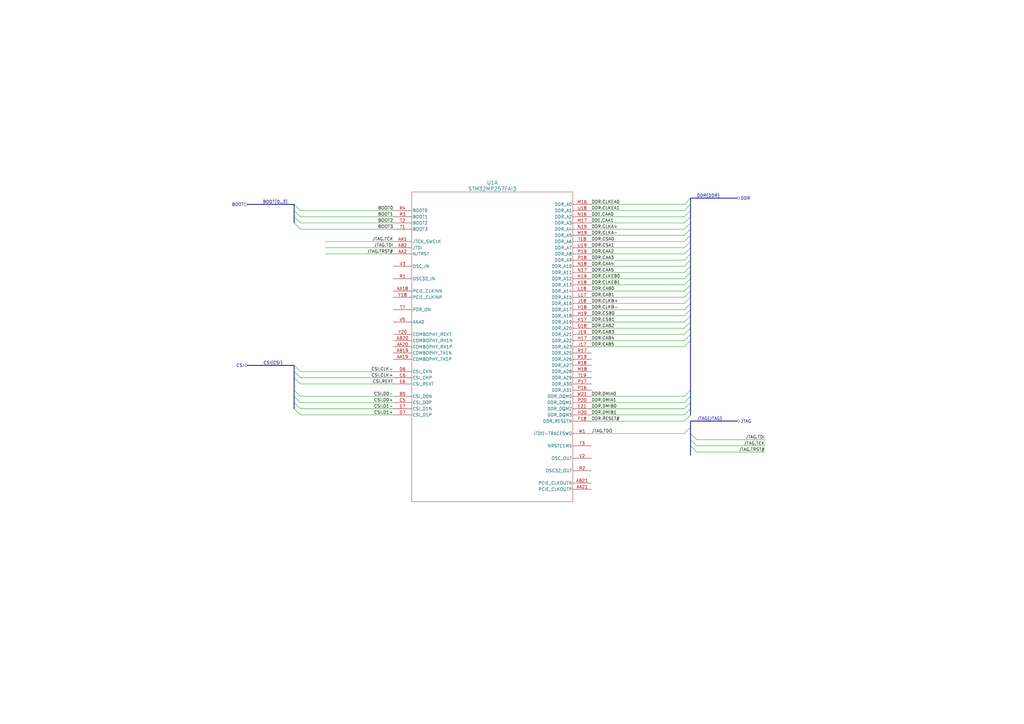
<source format=kicad_sch>
(kicad_sch (version 20250114) (generator "eeschema") (generator_version "9.0")
  (paper "A3")
  (lib_symbols
    (symbol "STM32MP257FAI3:STM32MP257FAI3" (pin_names (offset 0.254))
      (property "Reference" "U" (at 40.64 12.7 0))
      (property "Value" "STM32MP257FAI3" (at 40.64 10.16 0))
      (symbol "STM32MP257FAI3_1_1"
        (polyline (pts (xy 7.62 7.62) (xy 7.62 -119.38)) (stroke (width 0.127)))
        (polyline (pts (xy 7.62 -119.38) (xy 73.66 -119.38)) (stroke (width 0.127)))
        (polyline (pts (xy 73.66 7.62) (xy 7.62 7.62)) (stroke (width 0.127)))
        (polyline (pts (xy 73.66 -119.38) (xy 73.66 7.62)) (stroke (width 0.127)))
        (pin input line (at 0 0 0) (length 7.62) (name "BOOT0") (number "R4"))
        (pin input line (at 0 -2.54 0) (length 7.62) (name "BOOT1") (number "R3"))
        (pin input line (at 0 -5.08 0) (length 7.62) (name "BOOT2") (number "T2"))
        (pin input line (at 0 -7.62 0) (length 7.62) (name "BOOT3") (number "T1"))
        (pin input line (at 0 -12.7 0) (length 7.62) (name "JTCK_SWCLK") (number "AA1"))
        (pin input line (at 0 -15.24 0) (length 7.62) (name "JTDI") (number "AB2"))
        (pin input line (at 0 -17.78 0) (length 7.62) (name "NJTRST") (number "AA2"))
        (pin input line (at 0 -22.86 0) (length 7.62) (name "OSC_IN") (number "V3"))
        (pin input line (at 0 -27.94 0) (length 7.62) (name "OSC32_IN") (number "R1"))
        (pin input line (at 0 -33.02 0) (length 7.62) (name "PCIE_CLKINN") (number "AA18"))
        (pin input line (at 0 -35.56 0) (length 7.62) (name "PCIE_CLKINP") (number "Y18"))
        (pin input line (at 0 -40.64 0) (length 7.62) (name "PDR_ON") (number "T7"))
        (pin unspecified line (at 0 -45.72 0) (length 7.62) (name "ANA0") (number "V5"))
        (pin unspecified line (at 0 -50.8 0) (length 7.62) (name "COMBOPHY_REXT") (number "Y20"))
        (pin unspecified line (at 0 -53.34 0) (length 7.62) (name "COMBOPHY_RX1N") (number "AB20"))
        (pin unspecified line (at 0 -55.88 0) (length 7.62) (name "COMBOPHY_RX1P") (number "AA20"))
        (pin unspecified line (at 0 -58.42 0) (length 7.62) (name "COMBOPHY_TX1N") (number "AB19"))
        (pin unspecified line (at 0 -60.96 0) (length 7.62) (name "COMBOPHY_TX1P") (number "AA19"))
        (pin unspecified line (at 0 -66.04 0) (length 7.62) (name "CSI_CKN") (number "D6"))
        (pin unspecified line (at 0 -68.58 0) (length 7.62) (name "CSI_CKP") (number "C6"))
        (pin unspecified line (at 0 -71.12 0) (length 7.62) (name "CSI_REXT") (number "E6"))
        (pin unspecified line (at 0 -76.2 0) (length 7.62) (name "CSI_D0N") (number "B5"))
        (pin unspecified line (at 0 -78.74 0) (length 7.62) (name "CSI_D0P") (number "C5"))
        (pin unspecified line (at 0 -81.28 0) (length 7.62) (name "CSI_D1N") (number "E7"))
        (pin unspecified line (at 0 -83.82 0) (length 7.62) (name "CSI_D1P") (number "D7"))
        (pin output line (at 81.28 2.54 180) (length 7.62) (name "DDR_A0") (number "M16"))
        (pin output line (at 81.28 0 180) (length 7.62) (name "DDR_A1") (number "U18"))
        (pin output line (at 81.28 -2.54 180) (length 7.62) (name "DDR_A2") (number "N16"))
        (pin output line (at 81.28 -5.08 180) (length 7.62) (name "DDR_A3") (number "M17"))
        (pin output line (at 81.28 -7.62 180) (length 7.62) (name "DDR_A4") (number "N19"))
        (pin output line (at 81.28 -10.16 180) (length 7.62) (name "DDR_A5") (number "M19"))
        (pin output line (at 81.28 -12.7 180) (length 7.62) (name "DDR_A6") (number "T18"))
        (pin output line (at 81.28 -15.24 180) (length 7.62) (name "DDR_A7") (number "U19"))
        (pin output line (at 81.28 -17.78 180) (length 7.62) (name "DDR_A8") (number "P19"))
        (pin output line (at 81.28 -20.32 180) (length 7.62) (name "DDR_A9") (number "P18"))
        (pin output line (at 81.28 -22.86 180) (length 7.62) (name "DDR_A10") (number "N18"))
        (pin output line (at 81.28 -25.4 180) (length 7.62) (name "DDR_A11") (number "N17"))
        (pin output line (at 81.28 -27.94 180) (length 7.62) (name "DDR_A12") (number "K19"))
        (pin output line (at 81.28 -30.48 180) (length 7.62) (name "DDR_A13") (number "K18"))
        (pin output line (at 81.28 -33.02 180) (length 7.62) (name "DDR_A14") (number "L18"))
        (pin output line (at 81.28 -35.56 180) (length 7.62) (name "DDR_A15") (number "L17"))
        (pin output line (at 81.28 -38.1 180) (length 7.62) (name "DDR_A16") (number "J18"))
        (pin output line (at 81.28 -40.64 180) (length 7.62) (name "DDR_A17") (number "H18"))
        (pin output line (at 81.28 -43.18 180) (length 7.62) (name "DDR_A18") (number "H19"))
        (pin output line (at 81.28 -45.72 180) (length 7.62) (name "DDR_A19") (number "K17"))
        (pin output line (at 81.28 -48.26 180) (length 7.62) (name "DDR_A20") (number "G18"))
        (pin output line (at 81.28 -50.8 180) (length 7.62) (name "DDR_A21") (number "J19"))
        (pin output line (at 81.28 -53.34 180) (length 7.62) (name "DDR_A22") (number "H17"))
        (pin output line (at 81.28 -55.88 180) (length 7.62) (name "DDR_A23") (number "J17"))
        (pin output line (at 81.28 -58.42 180) (length 7.62) (name "DDR_A25") (number "R17"))
        (pin output line (at 81.28 -60.96 180) (length 7.62) (name "DDR_A26") (number "R19"))
        (pin output line (at 81.28 -63.5 180) (length 7.62) (name "DDR_A27") (number "R18"))
        (pin output line (at 81.28 -66.04 180) (length 7.62) (name "DDR_A28") (number "M18"))
        (pin output line (at 81.28 -68.58 180) (length 7.62) (name "DDR_A29") (number "T19"))
        (pin output line (at 81.28 -71.12 180) (length 7.62) (name "DDR_A30") (number "P17"))
        (pin output line (at 81.28 -73.66 180) (length 7.62) (name "DDR_A31") (number "P16"))
        (pin output line (at 81.28 -76.2 180) (length 7.62) (name "DDR_DQM0") (number "W21"))
        (pin output line (at 81.28 -78.74 180) (length 7.62) (name "DDR_DQM1") (number "P20"))
        (pin output line (at 81.28 -81.28 180) (length 7.62) (name "DDR_DQM2") (number "E21"))
        (pin output line (at 81.28 -83.82 180) (length 7.62) (name "DDR_DQM3") (number "H20"))
        (pin output line (at 81.28 -86.36 180) (length 7.62) (name "DDR_RESETN") (number "F18"))
        (pin output line (at 81.28 -91.44 180) (length 7.62) (name "JTDO-TRACESWO") (number "W1"))
        (pin output line (at 81.28 -96.52 180) (length 7.62) (name "NRSTC1MS") (number "T3"))
        (pin output line (at 81.28 -101.6 180) (length 7.62) (name "OSC_OUT") (number "V2"))
        (pin output line (at 81.28 -106.68 180) (length 7.62) (name "OSC32_OUT") (number "R2"))
        (pin output line (at 81.28 -111.76 180) (length 7.62) (name "PCIE_CLKOUTN") (number "AB21"))
        (pin output line (at 81.28 -114.3 180) (length 7.62) (name "PCIE_CLKOUTP") (number "AA21"))
      )
      (symbol "STM32MP257FAI3_2_1"
        (polyline (pts (xy 7.62 7.62) (xy 7.62 -111.76)) (stroke (width 0.127)))
        (polyline (pts (xy 7.62 -111.76) (xy 58.42 -111.76)) (stroke (width 0.127)))
        (polyline (pts (xy 58.42 7.62) (xy 7.62 7.62)) (stroke (width 0.127)))
        (polyline (pts (xy 58.42 -111.76) (xy 58.42 7.62)) (stroke (width 0.127)))
        (pin bidirectional line (at 0 0 0) (length 7.62) (name "DDR_DQ0") (number "W22"))
        (pin bidirectional line (at 0 -2.54 0) (length 7.62) (name "DDR_DQ1") (number "Y21"))
        (pin bidirectional line (at 0 -5.08 0) (length 7.62) (name "DDR_DQ2") (number "Y22"))
        (pin bidirectional line (at 0 -7.62 0) (length 7.62) (name "DDR_DQ3") (number "AA22"))
        (pin bidirectional line (at 0 -10.16 0) (length 7.62) (name "DDR_DQ4") (number "T21"))
        (pin bidirectional line (at 0 -12.7 0) (length 7.62) (name "DDR_DQ5") (number "T20"))
        (pin bidirectional line (at 0 -15.24 0) (length 7.62) (name "DDR_DQ6") (number "U21"))
        (pin bidirectional line (at 0 -17.78 0) (length 7.62) (name "DDR_DQ7") (number "U20"))
        (pin bidirectional line (at 0 -20.32 0) (length 7.62) (name "DDR_DQ8") (number "M21"))
        (pin bidirectional line (at 0 -22.86 0) (length 7.62) (name "DDR_DQ9") (number "M22"))
        (pin bidirectional line (at 0 -25.4 0) (length 7.62) (name "DDR_DQ10") (number "L21"))
        (pin bidirectional line (at 0 -27.94 0) (length 7.62) (name "DDR_DQ11") (number "L22"))
        (pin bidirectional line (at 0 -30.48 0) (length 7.62) (name "DDR_DQ12") (number "T22"))
        (pin bidirectional line (at 0 -33.02 0) (length 7.62) (name "DDR_DQ13") (number "R20"))
        (pin bidirectional line (at 0 -35.56 0) (length 7.62) (name "DDR_DQ14") (number "R21"))
        (pin bidirectional line (at 0 -38.1 0) (length 7.62) (name "DDR_DQ15") (number "R22"))
        (pin bidirectional line (at 0 -40.64 0) (length 7.62) (name "DDR_DQ16") (number "D20"))
        (pin bidirectional line (at 0 -43.18 0) (length 7.62) (name "DDR_DQ17") (number "C22"))
        (pin bidirectional line (at 0 -45.72 0) (length 7.62) (name "DDR_DQ18") (number "C21"))
        (pin bidirectional line (at 0 -48.26 0) (length 7.62) (name "DDR_DQ19") (number "B22"))
        (pin bidirectional line (at 0 -50.8 0) (length 7.62) (name "DDR_DQ20") (number "F20"))
        (pin bidirectional line (at 0 -53.34 0) (length 7.62) (name "DDR_DQ21") (number "F19"))
        (pin bidirectional line (at 0 -55.88 0) (length 7.62) (name "DDR_DQ22") (number "E19"))
        (pin bidirectional line (at 0 -58.42 0) (length 7.62) (name "DDR_DQ23") (number "E20"))
        (pin bidirectional line (at 0 -60.96 0) (length 7.62) (name "DDR_DQ24") (number "G19"))
        (pin bidirectional line (at 0 -63.5 0) (length 7.62) (name "DDR_DQ25") (number "G22"))
        (pin bidirectional line (at 0 -66.04 0) (length 7.62) (name "DDR_DQ26") (number "G21"))
        (pin bidirectional line (at 0 -68.58 0) (length 7.62) (name "DDR_DQ27") (number "G20"))
        (pin bidirectional line (at 0 -71.12 0) (length 7.62) (name "DDR_DQ28") (number "J21"))
        (pin bidirectional line (at 0 -73.66 0) (length 7.62) (name "DDR_DQ29") (number "J20"))
        (pin bidirectional line (at 0 -76.2 0) (length 7.62) (name "DDR_DQ30") (number "K20"))
        (pin bidirectional line (at 0 -78.74 0) (length 7.62) (name "DDR_DQ31") (number "L19"))
        (pin bidirectional line (at 0 -81.28 0) (length 7.62) (name "DDR_DQS0N") (number "W20"))
        (pin bidirectional line (at 0 -83.82 0) (length 7.62) (name "DDR_DQS0P") (number "V20"))
        (pin bidirectional line (at 0 -86.36 0) (length 7.62) (name "DDR_DQS1N") (number "N21"))
        (pin bidirectional line (at 0 -88.9 0) (length 7.62) (name "DDR_DQS1P") (number "N20"))
        (pin bidirectional line (at 0 -91.44 0) (length 7.62) (name "DDR_DQS2N") (number "D22"))
        (pin bidirectional line (at 0 -93.98 0) (length 7.62) (name "DDR_DQS2P") (number "D21"))
        (pin bidirectional line (at 0 -96.52 0) (length 7.62) (name "DDR_DQS3N") (number "H21"))
        (pin bidirectional line (at 0 -99.06 0) (length 7.62) (name "DDR_DQS3P") (number "H22"))
        (pin unspecified line (at 0 -101.6 0) (length 7.62) (name "DDR_ZQ") (number "K16"))
        (pin unspecified line (at 0 -104.14 0) (length 7.62) (name "DNU") (number "U16"))
        (pin bidirectional line (at 0 -106.68 0) (length 7.62) (name "JTMS_SWDIO") (number "Y1"))
        (pin output line (at 66.04 0 180) (length 7.62) (name "PWR_CPU_ON") (number "T6"))
        (pin output line (at 66.04 -2.54 180) (length 7.62) (name "PWR_LP") (number "U4"))
        (pin output line (at 66.04 -5.08 180) (length 7.62) (name "PWR_ON") (number "T5"))
        (pin unspecified line (at 66.04 -10.16 180) (length 7.62) (name "DSI_CKN") (number "B8"))
        (pin unspecified line (at 66.04 -12.7 180) (length 7.62) (name "DSI_CKP") (number "A8"))
        (pin unspecified line (at 66.04 -15.24 180) (length 7.62) (name "DSI_REXT") (number "E8"))
        (pin unspecified line (at 66.04 -20.32 180) (length 7.62) (name "DSI_D0N") (number "B9"))
        (pin unspecified line (at 66.04 -22.86 180) (length 7.62) (name "DSI_D0P") (number "C9"))
        (pin unspecified line (at 66.04 -25.4 180) (length 7.62) (name "DSI_D1N") (number "E9"))
        (pin unspecified line (at 66.04 -27.94 180) (length 7.62) (name "DSI_D1P") (number "D9"))
        (pin unspecified line (at 66.04 -30.48 180) (length 7.62) (name "DSI_D2N") (number "D8"))
        (pin unspecified line (at 66.04 -33.02 180) (length 7.62) (name "DSI_D2P") (number "C8"))
        (pin unspecified line (at 66.04 -35.56 180) (length 7.62) (name "DSI_D3N") (number "B7"))
        (pin unspecified line (at 66.04 -38.1 180) (length 7.62) (name "DSI_D3P") (number "A7"))
        (pin unspecified line (at 66.04 -43.18 180) (length 7.62) (name "EPAD") (number "R12"))
        (pin unspecified line (at 66.04 -45.72 180) (length 7.62) (name "EPAD") (number "V6"))
        (pin unspecified line (at 66.04 -48.26 180) (length 7.62) (name "EPAD") (number "V16"))
        (pin unspecified line (at 66.04 -53.34 180) (length 7.62) (name "LVDS1_D0N") (number "D3"))
        (pin unspecified line (at 66.04 -55.88 180) (length 7.62) (name "LVDS1_D0P") (number "D4"))
        (pin unspecified line (at 66.04 -58.42 180) (length 7.62) (name "LVDS1_D1N") (number "D1"))
        (pin unspecified line (at 66.04 -60.96 180) (length 7.62) (name "LVDS1_D1P") (number "D2"))
        (pin unspecified line (at 66.04 -63.5 180) (length 7.62) (name "LVDS1_D2N") (number "E4"))
        (pin unspecified line (at 66.04 -66.04 180) (length 7.62) (name "LVDS1_D2P") (number "E3"))
        (pin unspecified line (at 66.04 -68.58 180) (length 7.62) (name "LVDS1_D3N") (number "F3"))
        (pin unspecified line (at 66.04 -71.12 180) (length 7.62) (name "LVDS1_D3P") (number "F2"))
        (pin unspecified line (at 66.04 -73.66 180) (length 7.62) (name "LVDS1_D4N") (number "F5"))
        (pin unspecified line (at 66.04 -76.2 180) (length 7.62) (name "LVDS1_D4P") (number "F4"))
        (pin unspecified line (at 66.04 -78.74 180) (length 7.62) (name "LVDS2_D0N") (number "B4"))
        (pin unspecified line (at 66.04 -81.28 180) (length 7.62) (name "LVDS2_D0P") (number "A4"))
        (pin unspecified line (at 66.04 -83.82 180) (length 7.62) (name "LVDS2_D1N") (number "A3"))
        (pin unspecified line (at 66.04 -86.36 180) (length 7.62) (name "LVDS2_D1P") (number "A2"))
        (pin unspecified line (at 66.04 -88.9 180) (length 7.62) (name "LVDS2_D2N") (number "B3"))
        (pin unspecified line (at 66.04 -91.44 180) (length 7.62) (name "LVDS2_D2P") (number "C3"))
        (pin unspecified line (at 66.04 -93.98 180) (length 7.62) (name "LVDS2_D3N") (number "C2"))
        (pin unspecified line (at 66.04 -96.52 180) (length 7.62) (name "LVDS2_D3P") (number "C1"))
        (pin unspecified line (at 66.04 -99.06 180) (length 7.62) (name "LVDS2_D4N") (number "B2"))
        (pin unspecified line (at 66.04 -101.6 180) (length 7.62) (name "LVDS2_D4P") (number "B1"))
        (pin bidirectional line (at 66.04 -106.68 180) (length 7.62) (name "NRST") (number "U3"))
      )
      (symbol "STM32MP257FAI3_3_1"
        (polyline (pts (xy 7.62 5.08) (xy 7.62 -129.54)) (stroke (width 0.127)))
        (polyline (pts (xy 7.62 -129.54) (xy 33.02 -129.54)) (stroke (width 0.127)))
        (polyline (pts (xy 33.02 5.08) (xy 7.62 5.08)) (stroke (width 0.127)))
        (polyline (pts (xy 33.02 -129.54) (xy 33.02 5.08)) (stroke (width 0.127)))
        (pin bidirectional line (at 0 0 0) (length 7.62) (name "PB0") (number "C11"))
        (pin bidirectional line (at 0 -2.54 0) (length 7.62) (name "PB1") (number "D11"))
        (pin bidirectional line (at 0 -5.08 0) (length 7.62) (name "PB2") (number "C10"))
        (pin bidirectional line (at 0 -7.62 0) (length 7.62) (name "PB3") (number "E10"))
        (pin bidirectional line (at 0 -10.16 0) (length 7.62) (name "PB4") (number "D10"))
        (pin bidirectional line (at 0 -12.7 0) (length 7.62) (name "PB5") (number "B11"))
        (pin bidirectional line (at 0 -15.24 0) (length 7.62) (name "PB6") (number "C12"))
        (pin bidirectional line (at 0 -17.78 0) (length 7.62) (name "PB7") (number "D12"))
        (pin bidirectional line (at 0 -20.32 0) (length 7.62) (name "PB8") (number "G11"))
        (pin bidirectional line (at 0 -22.86 0) (length 7.62) (name "PB9") (number "A12"))
        (pin bidirectional line (at 0 -25.4 0) (length 7.62) (name "PB10") (number "A11"))
        (pin bidirectional line (at 0 -27.94 0) (length 7.62) (name "PB11") (number "B12"))
        (pin bidirectional line (at 0 -30.48 0) (length 7.62) (name "PB12") (number "B20"))
        (pin bidirectional line (at 0 -33.02 0) (length 7.62) (name "PB13") (number "D19"))
        (pin bidirectional line (at 0 -35.56 0) (length 7.62) (name "PB14") (number "C20"))
        (pin bidirectional line (at 0 -38.1 0) (length 7.62) (name "PB15") (number "AB4"))
        (pin bidirectional line (at 0 -43.18 0) (length 7.62) (name "PD0") (number "D14"))
        (pin bidirectional line (at 0 -45.72 0) (length 7.62) (name "PD1") (number "E15"))
        (pin bidirectional line (at 0 -48.26 0) (length 7.62) (name "PD2") (number "E14"))
        (pin bidirectional line (at 0 -50.8 0) (length 7.62) (name "PD3") (number "C15"))
        (pin bidirectional line (at 0 -53.34 0) (length 7.62) (name "PD4") (number "C14"))
        (pin bidirectional line (at 0 -55.88 0) (length 7.62) (name "PD5") (number "B15"))
        (pin bidirectional line (at 0 -58.42 0) (length 7.62) (name "PD6") (number "A15"))
        (pin bidirectional line (at 0 -60.96 0) (length 7.62) (name "PD7") (number "D15"))
        (pin bidirectional line (at 0 -63.5 0) (length 7.62) (name "PD8") (number "C13"))
        (pin bidirectional line (at 0 -66.04 0) (length 7.62) (name "PD9") (number "B13"))
        (pin bidirectional line (at 0 -68.58 0) (length 7.62) (name "PD10") (number "D13"))
        (pin bidirectional line (at 0 -71.12 0) (length 7.62) (name "PD11") (number "E13"))
        (pin bidirectional line (at 0 -73.66 0) (length 7.62) (name "PD12") (number "A21"))
        (pin bidirectional line (at 0 -76.2 0) (length 7.62) (name "PD13") (number "B21"))
        (pin bidirectional line (at 0 -78.74 0) (length 7.62) (name "PD14") (number "G15"))
        (pin bidirectional line (at 0 -81.28 0) (length 7.62) (name "PD15") (number "F16"))
        (pin bidirectional line (at 0 -86.36 0) (length 7.62) (name "PF0") (number "V12"))
        (pin bidirectional line (at 0 -88.9 0) (length 7.62) (name "PF1") (number "W11"))
        (pin bidirectional line (at 0 -91.44 0) (length 7.62) (name "PF2") (number "V10"))
        (pin bidirectional line (at 0 -93.98 0) (length 7.62) (name "PF3") (number "W10"))
        (pin bidirectional line (at 0 -96.52 0) (length 7.62) (name "PF4") (number "Y10"))
        (pin bidirectional line (at 0 -99.06 0) (length 7.62) (name "PF5") (number "Y9"))
        (pin bidirectional line (at 0 -101.6 0) (length 7.62) (name "PF6") (number "AB8"))
        (pin bidirectional line (at 0 -104.14 0) (length 7.62) (name "PF7") (number "T9"))
        (pin bidirectional line (at 0 -106.68 0) (length 7.62) (name "PF8") (number "AA8"))
        (pin bidirectional line (at 0 -109.22 0) (length 7.62) (name "PF9") (number "AA7"))
        (pin bidirectional line (at 0 -111.76 0) (length 7.62) (name "PF10") (number "AA6"))
        (pin bidirectional line (at 0 -114.3 0) (length 7.62) (name "PF11") (number "Y6"))
        (pin bidirectional line (at 0 -116.84 0) (length 7.62) (name "PF12") (number "K3"))
        (pin bidirectional line (at 0 -119.38 0) (length 7.62) (name "PF13") (number "L4"))
        (pin bidirectional line (at 0 -121.92 0) (length 7.62) (name "PF14") (number "H1"))
        (pin bidirectional line (at 0 -124.46 0) (length 7.62) (name "PF15") (number "L7"))
        (pin bidirectional line (at 40.64 0 180) (length 7.62) (name "PA0") (number "Y2"))
        (pin bidirectional line (at 40.64 -2.54 180) (length 7.62) (name "PA1") (number "V15"))
        (pin bidirectional line (at 40.64 -5.08 180) (length 7.62) (name "PA2") (number "W13"))
        (pin bidirectional line (at 40.64 -7.62 180) (length 7.62) (name "PA3") (number "T14"))
        (pin bidirectional line (at 40.64 -10.16 180) (length 7.62) (name "PA4") (number "Y15"))
        (pin bidirectional line (at 40.64 -12.7 180) (length 7.62) (name "PA5") (number "Y13"))
        (pin bidirectional line (at 40.64 -15.24 180) (length 7.62) (name "PA6") (number "V14"))
        (pin bidirectional line (at 40.64 -17.78 180) (length 7.62) (name "PA7") (number "Y14"))
        (pin bidirectional line (at 40.64 -20.32 180) (length 7.62) (name "PA8") (number "W15"))
        (pin bidirectional line (at 40.64 -22.86 180) (length 7.62) (name "PA9") (number "T12"))
        (pin bidirectional line (at 40.64 -25.4 180) (length 7.62) (name "PA10") (number "U13"))
        (pin bidirectional line (at 40.64 -27.94 180) (length 7.62) (name "PA11") (number "W12"))
        (pin bidirectional line (at 40.64 -30.48 180) (length 7.62) (name "PA12") (number "U12"))
        (pin bidirectional line (at 40.64 -33.02 180) (length 7.62) (name "PA13") (number "Y12"))
        (pin bidirectional line (at 40.64 -35.56 180) (length 7.62) (name "PA14") (number "U10"))
        (pin bidirectional line (at 40.64 -38.1 180) (length 7.62) (name "PA15") (number "T10"))
        (pin bidirectional line (at 40.64 -43.18 180) (length 7.62) (name "PC0") (number "AA12"))
        (pin bidirectional line (at 40.64 -45.72 180) (length 7.62) (name "PC1") (number "V11"))
        (pin bidirectional line (at 40.64 -48.26 180) (length 7.62) (name "PC2") (number "Y11"))
        (pin bidirectional line (at 40.64 -50.8 180) (length 7.62) (name "PC3") (number "W9"))
        (pin bidirectional line (at 40.64 -53.34 180) (length 7.62) (name "PC4") (number "V9"))
        (pin bidirectional line (at 40.64 -55.88 180) (length 7.62) (name "PC5") (number "U9"))
        (pin bidirectional line (at 40.64 -58.42 180) (length 7.62) (name "PC6") (number "AA10"))
        (pin bidirectional line (at 40.64 -60.96 180) (length 7.62) (name "PC7") (number "Y8"))
        (pin bidirectional line (at 40.64 -63.5 180) (length 7.62) (name "PC8") (number "V8"))
        (pin bidirectional line (at 40.64 -66.04 180) (length 7.62) (name "PC9") (number "U8"))
        (pin bidirectional line (at 40.64 -68.58 180) (length 7.62) (name "PC10") (number "T8"))
        (pin bidirectional line (at 40.64 -71.12 180) (length 7.62) (name "PC11") (number "AB7"))
        (pin bidirectional line (at 40.64 -73.66 180) (length 7.62) (name "PC12") (number "Y7"))
        (pin bidirectional line (at 40.64 -76.2 180) (length 7.62) (name "PC13") (number "P6"))
        (pin bidirectional line (at 40.64 -81.28 180) (length 7.62) (name "PE0") (number "A16"))
        (pin bidirectional line (at 40.64 -83.82 180) (length 7.62) (name "PE1") (number "B16"))
        (pin bidirectional line (at 40.64 -86.36 180) (length 7.62) (name "PE2") (number "C16"))
        (pin bidirectional line (at 40.64 -88.9 180) (length 7.62) (name "PE3") (number "D16"))
        (pin bidirectional line (at 40.64 -91.44 180) (length 7.62) (name "PE4") (number "B17"))
        (pin bidirectional line (at 40.64 -93.98 180) (length 7.62) (name "PE5") (number "C17"))
        (pin bidirectional line (at 40.64 -96.52 180) (length 7.62) (name "PE6") (number "E16"))
        (pin bidirectional line (at 40.64 -99.06 180) (length 7.62) (name "PE7") (number "D17"))
        (pin bidirectional line (at 40.64 -101.6 180) (length 7.62) (name "PE8") (number "C18"))
        (pin bidirectional line (at 40.64 -104.14 180) (length 7.62) (name "PE9") (number "D18"))
        (pin bidirectional line (at 40.64 -106.68 180) (length 7.62) (name "PE10") (number "A19"))
        (pin bidirectional line (at 40.64 -109.22 180) (length 7.62) (name "PE11") (number "E17"))
        (pin bidirectional line (at 40.64 -111.76 180) (length 7.62) (name "PE12") (number "C19"))
        (pin bidirectional line (at 40.64 -114.3 180) (length 7.62) (name "PE13") (number "B19"))
        (pin bidirectional line (at 40.64 -116.84 180) (length 7.62) (name "PE14") (number "A20"))
        (pin bidirectional line (at 40.64 -119.38 180) (length 7.62) (name "PE15") (number "F17"))
      )
      (symbol "STM32MP257FAI3_4_1"
        (polyline (pts (xy 7.62 5.08) (xy 7.62 -124.46)) (stroke (width 0.127)))
        (polyline (pts (xy 7.62 -124.46) (xy 78.74 -124.46)) (stroke (width 0.127)))
        (polyline (pts (xy 78.74 5.08) (xy 7.62 5.08)) (stroke (width 0.127)))
        (polyline (pts (xy 78.74 -124.46) (xy 78.74 5.08)) (stroke (width 0.127)))
        (pin bidirectional line (at 0 0 0) (length 7.62) (name "PH2") (number "V13"))
        (pin bidirectional line (at 0 -2.54 0) (length 7.62) (name "PH3") (number "W14"))
        (pin bidirectional line (at 0 -5.08 0) (length 7.62) (name "PH4") (number "AB15"))
        (pin bidirectional line (at 0 -7.62 0) (length 7.62) (name "PH5") (number "AA15"))
        (pin bidirectional line (at 0 -10.16 0) (length 7.62) (name "PH6") (number "AA14"))
        (pin bidirectional line (at 0 -12.7 0) (length 7.62) (name "PH7") (number "T13"))
        (pin bidirectional line (at 0 -15.24 0) (length 7.62) (name "PH8") (number "U14"))
        (pin bidirectional line (at 0 -17.78 0) (length 7.62) (name "PH9") (number "AB12"))
        (pin bidirectional line (at 0 -20.32 0) (length 7.62) (name "PH10") (number "U11"))
        (pin bidirectional line (at 0 -22.86 0) (length 7.62) (name "PH11") (number "T11"))
        (pin bidirectional line (at 0 -25.4 0) (length 7.62) (name "PH12") (number "AA11"))
        (pin bidirectional line (at 0 -27.94 0) (length 7.62) (name "PH13") (number "AB11"))
        (pin bidirectional line (at 0 -33.02 0) (length 7.62) (name "PI0") (number "G5"))
        (pin bidirectional line (at 0 -35.56 0) (length 7.62) (name "PI1") (number "H6"))
        (pin bidirectional line (at 0 -38.1 0) (length 7.62) (name "PI2") (number "J5"))
        (pin bidirectional line (at 0 -40.64 0) (length 7.62) (name "PI3") (number "J6"))
        (pin bidirectional line (at 0 -43.18 0) (length 7.62) (name "PI4") (number "K6"))
        (pin bidirectional line (at 0 -45.72 0) (length 7.62) (name "PI5") (number "H5"))
        (pin bidirectional line (at 0 -48.26 0) (length 7.62) (name "PI6") (number "J7"))
        (pin bidirectional line (at 0 -50.8 0) (length 7.62) (name "PI7") (number "L6"))
        (pin bidirectional line (at 0 -53.34 0) (length 7.62) (name "PI8") (number "M6"))
        (pin bidirectional line (at 0 -55.88 0) (length 7.62) (name "PI9") (number "K7"))
        (pin bidirectional line (at 0 -58.42 0) (length 7.62) (name "PI10") (number "G16"))
        (pin bidirectional line (at 0 -60.96 0) (length 7.62) (name "PI11") (number "E18"))
        (pin bidirectional line (at 0 -63.5 0) (length 7.62) (name "PI12") (number "G1"))
        (pin bidirectional line (at 0 -66.04 0) (length 7.62) (name "PI13") (number "G2"))
        (pin bidirectional line (at 0 -68.58 0) (length 7.62) (name "PI14") (number "G13"))
        (pin bidirectional line (at 0 -71.12 0) (length 7.62) (name "PI15") (number "E11"))
        (pin bidirectional line (at 0 -76.2 0) (length 7.62) (name "PK0") (number "F12"))
        (pin bidirectional line (at 0 -78.74 0) (length 7.62) (name "PK1") (number "E12"))
        (pin bidirectional line (at 0 -81.28 0) (length 7.62) (name "PK2") (number "F13"))
        (pin bidirectional line (at 0 -83.82 0) (length 7.62) (name "PK3") (number "F15"))
        (pin bidirectional line (at 0 -86.36 0) (length 7.62) (name "PK4") (number "F11"))
        (pin bidirectional line (at 0 -88.9 0) (length 7.62) (name "PK5") (number "F14"))
        (pin bidirectional line (at 0 -91.44 0) (length 7.62) (name "PK6") (number "G12"))
        (pin bidirectional line (at 0 -93.98 0) (length 7.62) (name "PK7") (number "G14"))
        (pin unspecified line (at 0 -99.06 0) (length 7.62) (name "UCPD1_CC1") (number "T15"))
        (pin unspecified line (at 0 -101.6 0) (length 7.62) (name "UCPD1_CC2") (number "T17"))
        (pin unspecified line (at 0 -106.68 0) (length 7.62) (name "USB3DR_DM") (number "Y17"))
        (pin unspecified line (at 0 -109.22 0) (length 7.62) (name "USB3DR_DP") (number "W17"))
        (pin unspecified line (at 0 -111.76 0) (length 7.62) (name "USB3DR_TXRTUNE") (number "V17"))
        (pin bidirectional line (at 86.36 0 180) (length 7.62) (name "PG0") (number "W7"))
        (pin bidirectional line (at 86.36 -2.54 180) (length 7.62) (name "PG1") (number "W6"))
        (pin bidirectional line (at 86.36 -5.08 180) (length 7.62) (name "PG2") (number "Y4"))
        (pin bidirectional line (at 86.36 -7.62 180) (length 7.62) (name "PG3") (number "W4"))
        (pin bidirectional line (at 86.36 -10.16 180) (length 7.62) (name "PG4") (number "AA4"))
        (pin bidirectional line (at 86.36 -12.7 180) (length 7.62) (name "PG5") (number "L1"))
        (pin bidirectional line (at 86.36 -15.24 180) (length 7.62) (name "PG6") (number "H2"))
        (pin bidirectional line (at 86.36 -17.78 180) (length 7.62) (name "PG7") (number "K4"))
        (pin bidirectional line (at 86.36 -20.32 180) (length 7.62) (name "PG8") (number "L5"))
        (pin bidirectional line (at 86.36 -22.86 180) (length 7.62) (name "PG9") (number "G3"))
        (pin bidirectional line (at 86.36 -25.4 180) (length 7.62) (name "PG10") (number "H3"))
        (pin bidirectional line (at 86.36 -27.94 180) (length 7.62) (name "PG11") (number "J4"))
        (pin bidirectional line (at 86.36 -30.48 180) (length 7.62) (name "PG12") (number "J3"))
        (pin bidirectional line (at 86.36 -33.02 180) (length 7.62) (name "PG13") (number "K5"))
        (pin bidirectional line (at 86.36 -35.56 180) (length 7.62) (name "PG14") (number "G4"))
        (pin bidirectional line (at 86.36 -38.1 180) (length 7.62) (name "PG15") (number "H4"))
        (pin bidirectional line (at 86.36 -43.18 180) (length 7.62) (name "PJ0") (number "U15"))
        (pin bidirectional line (at 86.36 -45.72 180) (length 7.62) (name "PJ1") (number "Y3"))
        (pin bidirectional line (at 86.36 -48.26 180) (length 7.62) (name "PJ2") (number "AB3"))
        (pin bidirectional line (at 86.36 -50.8 180) (length 7.62) (name "PJ3") (number "AA3"))
        (pin bidirectional line (at 86.36 -53.34 180) (length 7.62) (name "PJ4") (number "W3"))
        (pin bidirectional line (at 86.36 -55.88 180) (length 7.62) (name "PJ5") (number "V4"))
        (pin bidirectional line (at 86.36 -58.42 180) (length 7.62) (name "PJ6") (number "U5"))
        (pin bidirectional line (at 86.36 -60.96 180) (length 7.62) (name "PJ7") (number "W2"))
        (pin bidirectional line (at 86.36 -63.5 180) (length 7.62) (name "PJ8") (number "M2"))
        (pin bidirectional line (at 86.36 -66.04 180) (length 7.62) (name "PJ9") (number "M1"))
        (pin bidirectional line (at 86.36 -68.58 180) (length 7.62) (name "PJ10") (number "M3"))
        (pin bidirectional line (at 86.36 -71.12 180) (length 7.62) (name "PJ11") (number "M5"))
        (pin bidirectional line (at 86.36 -73.66 180) (length 7.62) (name "PJ12") (number "L2"))
        (pin bidirectional line (at 86.36 -76.2 180) (length 7.62) (name "PJ13") (number "M4"))
        (pin bidirectional line (at 86.36 -78.74 180) (length 7.62) (name "PJ14") (number "L3"))
        (pin bidirectional line (at 86.36 -81.28 180) (length 7.62) (name "PJ15") (number "K2"))
        (pin bidirectional line (at 86.36 -86.36 180) (length 7.62) (name "PZ0") (number "N5"))
        (pin bidirectional line (at 86.36 -88.9 180) (length 7.62) (name "PZ1") (number "N6"))
        (pin bidirectional line (at 86.36 -91.44 180) (length 7.62) (name "PZ2") (number "P4"))
        (pin bidirectional line (at 86.36 -93.98 180) (length 7.62) (name "PZ3") (number "N4"))
        (pin bidirectional line (at 86.36 -96.52 180) (length 7.62) (name "PZ4") (number "R5"))
        (pin bidirectional line (at 86.36 -99.06 180) (length 7.62) (name "PZ5") (number "P5"))
        (pin bidirectional line (at 86.36 -101.6 180) (length 7.62) (name "PZ6") (number "R6"))
        (pin bidirectional line (at 86.36 -104.14 180) (length 7.62) (name "PZ7") (number "P2"))
        (pin bidirectional line (at 86.36 -106.68 180) (length 7.62) (name "PZ8") (number "P3"))
        (pin bidirectional line (at 86.36 -109.22 180) (length 7.62) (name "PZ9") (number "N3"))
        (pin unspecified line (at 86.36 -114.3 180) (length 7.62) (name "USBH_HS_DM") (number "AB16"))
        (pin unspecified line (at 86.36 -116.84 180) (length 7.62) (name "USBH_HS_DP") (number "AA16"))
        (pin unspecified line (at 86.36 -119.38 180) (length 7.62) (name "USBH_HS_TXRTUNE") (number "V18"))
      )
      (symbol "STM32MP257FAI3_5_1"
        (polyline (pts (xy 7.62 5.08) (xy 7.62 -111.76)) (stroke (width 0.127)))
        (polyline (pts (xy 7.62 -111.76) (xy 33.02 -111.76)) (stroke (width 0.127)))
        (polyline (pts (xy 33.02 5.08) (xy 7.62 5.08)) (stroke (width 0.127)))
        (polyline (pts (xy 33.02 -111.76) (xy 33.02 5.08)) (stroke (width 0.127)))
        (pin power_in line (at 0 0 0) (length 7.62) (name "DDR_VREF") (number "L20"))
        (pin power_in line (at 0 -5.08 0) (length 7.62) (name "V08CAP") (number "M8"))
        (pin power_in line (at 0 -10.16 0) (length 7.62) (name "VBAT") (number "P7"))
        (pin power_in line (at 0 -15.24 0) (length 7.62) (name "VDD") (number "M9"))
        (pin power_in line (at 0 -17.78 0) (length 7.62) (name "VDD") (number "N8"))
        (pin power_in line (at 0 -20.32 0) (length 7.62) (name "VDD") (number "P9"))
        (pin power_in line (at 0 -22.86 0) (length 7.62) (name "VDD") (number "P11"))
        (pin power_in line (at 0 -25.4 0) (length 7.62) (name "VDD") (number "R8"))
        (pin power_in line (at 0 -27.94 0) (length 7.62) (name "VDD") (number "R10"))
        (pin power_in line (at 0 -30.48 0) (length 7.62) (name "VDDCORE") (number "H7"))
        (pin power_in line (at 0 -33.02 0) (length 7.62) (name "VDDCORE") (number "H9"))
        (pin power_in line (at 0 -35.56 0) (length 7.62) (name "VDDCORE") (number "J8"))
        (pin power_in line (at 0 -38.1 0) (length 7.62) (name "VDDCORE") (number "J10"))
        (pin power_in line (at 0 -40.64 0) (length 7.62) (name "VDDCORE") (number "K9"))
        (pin power_in line (at 0 -43.18 0) (length 7.62) (name "VDDCORE") (number "K11"))
        (pin power_in line (at 0 -45.72 0) (length 7.62) (name "VDDCORE") (number "L10"))
        (pin power_in line (at 0 -48.26 0) (length 7.62) (name "VDDCPU") (number "H11"))
        (pin power_in line (at 0 -50.8 0) (length 7.62) (name "VDDCPU") (number "H13"))
        (pin power_in line (at 0 -53.34 0) (length 7.62) (name "VDDCPU") (number "H15"))
        (pin power_in line (at 0 -55.88 0) (length 7.62) (name "VDDCPU") (number "J12"))
        (pin power_in line (at 0 -58.42 0) (length 7.62) (name "VDDCPU") (number "J14"))
        (pin power_in line (at 0 -60.96 0) (length 7.62) (name "VDDCPU") (number "K13"))
        (pin power_in line (at 0 -63.5 0) (length 7.62) (name "VDDCPU") (number "L12"))
        (pin power_in line (at 0 -66.04 0) (length 7.62) (name "VDDGPU") (number "M11"))
        (pin power_in line (at 0 -68.58 0) (length 7.62) (name "VDDGPU") (number "M13"))
        (pin power_in line (at 0 -71.12 0) (length 7.62) (name "VDDGPU") (number "N10"))
        (pin power_in line (at 0 -73.66 0) (length 7.62) (name "VDDGPU") (number "N12"))
        (pin power_in line (at 0 -76.2 0) (length 7.62) (name "VDDGPU") (number "P13"))
        (pin power_in line (at 0 -78.74 0) (length 7.62) (name "VDDIO3") (number "F8"))
        (pin power_in line (at 0 -81.28 0) (length 7.62) (name "VDDIO3") (number "F9"))
        (pin power_in line (at 0 -83.82 0) (length 7.62) (name "VDDIO4") (number "G8"))
        (pin power_in line (at 0 -86.36 0) (length 7.62) (name "VDDIO4") (number "G9"))
        (pin power_in line (at 0 -88.9 0) (length 7.62) (name "VDDQDDR") (number "K15"))
        (pin power_in line (at 0 -91.44 0) (length 7.62) (name "VDDQDDR") (number "L14"))
        (pin power_in line (at 0 -93.98 0) (length 7.62) (name "VDDQDDR") (number "L16"))
        (pin power_in line (at 0 -96.52 0) (length 7.62) (name "VDDQDDR") (number "M15"))
        (pin power_in line (at 0 -99.06 0) (length 7.62) (name "VDDQDDR") (number "N14"))
        (pin power_in line (at 0 -101.6 0) (length 7.62) (name "VDDQDDR") (number "P15"))
        (pin power_in line (at 0 -104.14 0) (length 7.62) (name "VDDQDDR") (number "R14"))
        (pin power_in line (at 0 -106.68 0) (length 7.62) (name "VDDQDDR") (number "R16"))
      )
      (symbol "STM32MP257FAI3_6_1"
        (polyline (pts (xy 7.62 5.08) (xy 7.62 -60.96)) (stroke (width 0.127)))
        (polyline (pts (xy 7.62 -60.96) (xy 43.18 -60.96)) (stroke (width 0.127)))
        (polyline (pts (xy 43.18 5.08) (xy 7.62 5.08)) (stroke (width 0.127)))
        (polyline (pts (xy 43.18 -60.96) (xy 43.18 5.08)) (stroke (width 0.127)))
        (pin power_in line (at 0 0 0) (length 7.62) (name "VDD33UCPD") (number "T16"))
        (pin power_in line (at 0 -2.54 0) (length 7.62) (name "VDD33USB") (number "Y16"))
        (pin power_in line (at 0 -5.08 0) (length 7.62) (name "VDDA18ADC") (number "V7"))
        (pin power_in line (at 0 -7.62 0) (length 7.62) (name "VDDA18AON") (number "R7"))
        (pin power_in line (at 0 -10.16 0) (length 7.62) (name "VDDA18COMBOPHY") (number "W18"))
        (pin power_in line (at 0 -12.7 0) (length 7.62) (name "VDDA18CSI") (number "F6"))
        (pin power_in line (at 0 -15.24 0) (length 7.62) (name "VDDA18DDR") (number "J16"))
        (pin power_in line (at 0 -17.78 0) (length 7.62) (name "VDDA18DSI") (number "C7"))
        (pin power_in line (at 0 -20.32 0) (length 7.62) (name "VDDA18LVDS") (number "C4"))
        (pin power_in line (at 0 -22.86 0) (length 7.62) (name "VDDA18PLL1") (number "G17"))
        (pin power_in line (at 0 -25.4 0) (length 7.62) (name "VDDA18PLL2") (number "K8"))
        (pin power_in line (at 0 -27.94 0) (length 7.62) (name "VDDA18PLL3") (number "L8"))
        (pin power_in line (at 0 -30.48 0) (length 7.62) (name "VDDA18USB") (number "U17"))
        (pin power_in line (at 0 -33.02 0) (length 7.62) (name "VDDCOMBOPHY") (number "V19"))
        (pin power_in line (at 0 -35.56 0) (length 7.62) (name "VDDCOMBOPHYTX") (number "Y19"))
        (pin power_in line (at 0 -38.1 0) (length 7.62) (name "VDDCSI") (number "D5"))
        (pin power_in line (at 0 -40.64 0) (length 7.62) (name "VDDDSI") (number "F7"))
        (pin power_in line (at 0 -43.18 0) (length 7.62) (name "VDDIO1") (number "G10"))
        (pin power_in line (at 0 -45.72 0) (length 7.62) (name "VDDIO2") (number "F10"))
        (pin power_in line (at 0 -48.26 0) (length 7.62) (name "VDDLVDS") (number "G7"))
        (pin power_in line (at 0 -53.34 0) (length 7.62) (name "VREF-") (number "W5"))
        (pin power_in line (at 0 -55.88 0) (length 7.62) (name "VREF+") (number "Y5"))
      )
      (symbol "STM32MP257FAI3_7_1"
        (polyline (pts (xy 7.62 5.08) (xy 7.62 -119.38)) (stroke (width 0.127)))
        (polyline (pts (xy 7.62 -119.38) (xy 33.02 -119.38)) (stroke (width 0.127)))
        (polyline (pts (xy 33.02 5.08) (xy 7.62 5.08)) (stroke (width 0.127)))
        (polyline (pts (xy 33.02 -119.38) (xy 33.02 5.08)) (stroke (width 0.127)))
        (pin power_in line (at 0 0 0) (length 7.62) (name "VSS") (number "A1"))
        (pin power_in line (at 0 -2.54 0) (length 7.62) (name "VSS") (number "A22"))
        (pin power_in line (at 0 -5.08 0) (length 7.62) (name "VSS") (number "AB1"))
        (pin power_in line (at 0 -7.62 0) (length 7.62) (name "VSS") (number "AB22"))
        (pin power_in line (at 0 -10.16 0) (length 7.62) (name "VSS") (number "E5"))
        (pin power_in line (at 0 -12.7 0) (length 7.62) (name "VSS") (number "G6"))
        (pin power_in line (at 0 -15.24 0) (length 7.62) (name "VSS") (number "H8"))
        (pin power_in line (at 0 -17.78 0) (length 7.62) (name "VSS") (number "H10"))
        (pin power_in line (at 0 -20.32 0) (length 7.62) (name "VSS") (number "H12"))
        (pin power_in line (at 0 -22.86 0) (length 7.62) (name "VSS") (number "H14"))
        (pin power_in line (at 0 -25.4 0) (length 7.62) (name "VSS") (number "H16"))
        (pin power_in line (at 0 -27.94 0) (length 7.62) (name "VSS") (number "J9"))
        (pin power_in line (at 0 -30.48 0) (length 7.62) (name "VSS") (number "J11"))
        (pin power_in line (at 0 -33.02 0) (length 7.62) (name "VSS") (number "J13"))
        (pin power_in line (at 0 -35.56 0) (length 7.62) (name "VSS") (number "J15"))
        (pin power_in line (at 0 -38.1 0) (length 7.62) (name "VSS") (number "K10"))
        (pin power_in line (at 0 -40.64 0) (length 7.62) (name "VSS") (number "K12"))
        (pin power_in line (at 0 -43.18 0) (length 7.62) (name "VSS") (number "K14"))
        (pin power_in line (at 0 -45.72 0) (length 7.62) (name "VSS") (number "L9"))
        (pin power_in line (at 0 -48.26 0) (length 7.62) (name "VSS") (number "L11"))
        (pin power_in line (at 0 -50.8 0) (length 7.62) (name "VSS") (number "L13"))
        (pin power_in line (at 0 -53.34 0) (length 7.62) (name "VSS") (number "L15"))
        (pin power_in line (at 0 -55.88 0) (length 7.62) (name "VSS") (number "M10"))
        (pin power_in line (at 0 -58.42 0) (length 7.62) (name "VSS") (number "M12"))
        (pin power_in line (at 0 -60.96 0) (length 7.62) (name "VSS") (number "M14"))
        (pin power_in line (at 0 -63.5 0) (length 7.62) (name "VSS") (number "M20"))
        (pin power_in line (at 0 -66.04 0) (length 7.62) (name "VSS") (number "N7"))
        (pin power_in line (at 0 -68.58 0) (length 7.62) (name "VSS") (number "N9"))
        (pin power_in line (at 0 -71.12 0) (length 7.62) (name "VSS") (number "N11"))
        (pin power_in line (at 0 -73.66 0) (length 7.62) (name "VSS") (number "N13"))
        (pin power_in line (at 0 -76.2 0) (length 7.62) (name "VSS") (number "N15"))
        (pin power_in line (at 0 -78.74 0) (length 7.62) (name "VSS") (number "P8"))
        (pin power_in line (at 0 -81.28 0) (length 7.62) (name "VSS") (number "P10"))
        (pin power_in line (at 0 -83.82 0) (length 7.62) (name "VSS") (number "P12"))
        (pin power_in line (at 0 -86.36 0) (length 7.62) (name "VSS") (number "P14"))
        (pin power_in line (at 0 -88.9 0) (length 7.62) (name "VSS") (number "R9"))
        (pin power_in line (at 0 -91.44 0) (length 7.62) (name "VSS") (number "R11"))
        (pin power_in line (at 0 -93.98 0) (length 7.62) (name "VSS") (number "R13"))
        (pin power_in line (at 0 -96.52 0) (length 7.62) (name "VSS") (number "R15"))
        (pin power_in line (at 0 -99.06 0) (length 7.62) (name "VSS") (number "T4"))
        (pin power_in line (at 0 -101.6 0) (length 7.62) (name "VSS") (number "U6"))
        (pin power_in line (at 0 -104.14 0) (length 7.62) (name "VSS") (number "W8"))
        (pin power_in line (at 0 -106.68 0) (length 7.62) (name "VSS") (number "W16"))
        (pin power_in line (at 0 -109.22 0) (length 7.62) (name "VSS") (number "W19"))
        (pin power_in line (at 0 -111.76 0) (length 7.62) (name "VSSA") (number "U7"))
        (pin power_in line (at 0 -114.3 0) (length 7.62) (name "VSSAON") (number "M7"))
      )
    )
  )
  (bus_alias "CSI" (members "CLK-" "CLK+" "REXT" "D0-" "D0+" "D1-" "D1+"))
  (bus_alias "JTAG" (members "TDI" "TDO" "TCK" "TMS" "TRST#"))
  (bus_entry (at 283.21 167.64) (size -2.54 2.54))
  (bus_entry (at 280.67 101.6) (size 2.54 -2.54))
  (bus_entry (at 283.21 180.34) (size 2.54 2.54))
  (bus_entry (at 280.67 134.62) (size 2.54 -2.54))
  (bus_entry (at 120.65 91.44) (size 2.54 2.54))
  (bus_entry (at 280.67 86.36) (size 2.54 -2.54))
  (bus_entry (at 120.65 167.64) (size 2.54 2.54))
  (bus_entry (at 280.67 114.3) (size 2.54 -2.54))
  (bus_entry (at 120.65 165.1) (size 2.54 2.54))
  (bus_entry (at 283.21 162.56) (size -2.54 2.54))
  (bus_entry (at 120.65 152.4) (size 2.54 2.54))
  (bus_entry (at 280.67 129.54) (size 2.54 -2.54))
  (bus_entry (at 280.67 124.46) (size 2.54 -2.54))
  (bus_entry (at 120.65 154.94) (size 2.54 2.54))
  (bus_entry (at 280.67 111.76) (size 2.54 -2.54))
  (bus_entry (at 280.67 106.68) (size 2.54 -2.54))
  (bus_entry (at 120.65 149.86) (size 2.54 2.54))
  (bus_entry (at 280.67 96.52) (size 2.54 -2.54))
  (bus_entry (at 280.67 109.22) (size 2.54 -2.54))
  (bus_entry (at 280.67 99.06) (size 2.54 -2.54))
  (bus_entry (at 280.67 142.24) (size 2.54 -2.54))
  (bus_entry (at 280.67 119.38) (size 2.54 -2.54))
  (bus_entry (at 280.67 104.14) (size 2.54 -2.54))
  (bus_entry (at 280.67 139.7) (size 2.54 -2.54))
  (bus_entry (at 280.67 127) (size 2.54 -2.54))
  (bus_entry (at 280.67 93.98) (size 2.54 -2.54))
  (bus_entry (at 283.21 182.88) (size 2.54 2.54))
  (bus_entry (at 280.67 116.84) (size 2.54 -2.54))
  (bus_entry (at 280.67 83.82) (size 2.54 -2.54))
  (bus_entry (at 283.21 160.02) (size -2.54 2.54))
  (bus_entry (at 120.65 160.02) (size 2.54 2.54))
  (bus_entry (at 120.65 88.9) (size 2.54 2.54))
  (bus_entry (at 280.67 132.08) (size 2.54 -2.54))
  (bus_entry (at 280.67 91.44) (size 2.54 -2.54))
  (bus_entry (at 283.21 177.8) (size 2.54 2.54))
  (bus_entry (at 120.65 162.56) (size 2.54 2.54))
  (bus_entry (at 283.21 175.26) (size -2.54 2.54))
  (bus_entry (at 283.21 170.18) (size -2.54 2.54))
  (bus_entry (at 120.65 83.82) (size 2.54 2.54))
  (bus_entry (at 283.21 165.1) (size -2.54 2.54))
  (bus_entry (at 280.67 137.16) (size 2.54 -2.54))
  (bus_entry (at 280.67 121.92) (size 2.54 -2.54))
  (bus_entry (at 120.65 86.36) (size 2.54 2.54))
  (bus_entry (at 280.67 88.9) (size 2.54 -2.54))
  (bus (pts (xy 283.21 162.56) (xy 283.21 160.02)))
  (bus (pts (xy 120.65 162.56) (xy 120.65 160.02)))
  (bus (pts (xy 283.21 167.64) (xy 283.21 165.1)))
  (bus (pts (xy 283.21 182.88) (xy 283.21 186.69)))
  (bus (pts (xy 283.21 170.18) (xy 283.21 167.64)))
  (wire (pts (xy 242.57 99.06) (xy 280.67 99.06)))
  (wire (pts (xy 242.57 96.52) (xy 280.67 96.52)))
  (wire (pts (xy 242.57 86.36) (xy 280.67 86.36)))
  (wire (pts (xy 242.57 127) (xy 280.67 127)))
  (wire (pts (xy 123.19 170.18) (xy 161.29 170.18)))
  (bus (pts (xy 120.65 86.36) (xy 120.65 83.82)))
  (wire (pts (xy 242.57 177.8) (xy 280.67 177.8)))
  (wire (pts (xy 242.57 106.68) (xy 280.67 106.68)))
  (bus (pts (xy 120.65 154.94) (xy 120.65 152.4)))
  (bus (pts (xy 283.21 111.76) (xy 283.21 109.22)))
  (wire (pts (xy 242.57 93.98) (xy 280.67 93.98)))
  (bus (pts (xy 101.6 149.86) (xy 120.65 149.86)))
  (wire (pts (xy 242.57 91.44) (xy 280.67 91.44)))
  (wire (pts (xy 123.19 93.98) (xy 161.29 93.98)))
  (bus (pts (xy 283.21 104.14) (xy 283.21 101.6)))
  (bus (pts (xy 283.21 137.16) (xy 283.21 134.62)))
  (wire (pts (xy 242.57 101.6) (xy 280.67 101.6)))
  (wire (pts (xy 123.19 154.94) (xy 161.29 154.94)))
  (bus (pts (xy 120.65 91.44) (xy 120.65 88.9)))
  (wire (pts (xy 242.57 114.3) (xy 280.67 114.3)))
  (wire (pts (xy 242.57 139.7) (xy 280.67 139.7)))
  (wire (pts (xy 242.57 172.72) (xy 280.67 172.72)))
  (wire (pts (xy 285.75 185.42) (xy 313.69 185.42)))
  (bus (pts (xy 283.21 175.26) (xy 283.21 177.8)))
  (bus (pts (xy 283.21 129.54) (xy 283.21 127)))
  (wire (pts (xy 242.57 132.08) (xy 280.67 132.08)))
  (wire (pts (xy 242.57 109.22) (xy 280.67 109.22)))
  (bus (pts (xy 283.21 165.1) (xy 283.21 162.56)))
  (wire (pts (xy 242.57 167.64) (xy 280.67 167.64)))
  (bus (pts (xy 283.21 134.62) (xy 283.21 132.08)))
  (wire (pts (xy 242.57 124.46) (xy 280.67 124.46)))
  (bus (pts (xy 283.21 116.84) (xy 283.21 114.3)))
  (wire (pts (xy 242.57 134.62) (xy 280.67 134.62)))
  (wire (pts (xy 242.57 137.16) (xy 280.67 137.16)))
  (bus (pts (xy 101.6 83.82) (xy 120.65 83.82)))
  (bus (pts (xy 283.21 86.36) (xy 283.21 83.82)))
  (bus (pts (xy 120.65 165.1) (xy 120.65 162.56)))
  (bus (pts (xy 283.21 96.52) (xy 283.21 93.98)))
  (bus (pts (xy 120.65 160.02) (xy 120.65 154.94)))
  (bus (pts (xy 283.21 172.72) (xy 302.26 172.72)))
  (wire (pts (xy 123.19 91.44) (xy 161.29 91.44)))
  (wire (pts (xy 133.35 101.6) (xy 161.29 101.6)))
  (wire (pts (xy 242.57 116.84) (xy 280.67 116.84)))
  (wire (pts (xy 123.19 88.9) (xy 161.29 88.9)))
  (bus (pts (xy 283.21 91.44) (xy 283.21 88.9)))
  (bus (pts (xy 283.21 114.3) (xy 283.21 111.76)))
  (bus (pts (xy 283.21 81.28) (xy 302.26 81.28)))
  (wire (pts (xy 242.57 170.18) (xy 280.67 170.18)))
  (wire (pts (xy 123.19 165.1) (xy 161.29 165.1)))
  (bus (pts (xy 283.21 83.82) (xy 283.21 81.28)))
  (bus (pts (xy 283.21 99.06) (xy 283.21 96.52)))
  (wire (pts (xy 242.57 162.56) (xy 280.67 162.56)))
  (wire (pts (xy 285.75 182.88) (xy 313.69 182.88)))
  (wire (pts (xy 285.75 180.34) (xy 313.69 180.34)))
  (wire (pts (xy 133.35 104.14) (xy 161.29 104.14)))
  (wire (pts (xy 242.57 83.82) (xy 280.67 83.82)))
  (wire (pts (xy 242.57 165.1) (xy 280.67 165.1)))
  (wire (pts (xy 242.57 142.24) (xy 280.67 142.24)))
  (bus (pts (xy 283.21 177.8) (xy 283.21 180.34)))
  (bus (pts (xy 283.21 132.08) (xy 283.21 129.54)))
  (wire (pts (xy 123.19 86.36) (xy 161.29 86.36)))
  (wire (pts (xy 123.19 152.4) (xy 161.29 152.4)))
  (wire (pts (xy 242.57 129.54) (xy 280.67 129.54)))
  (bus (pts (xy 283.21 101.6) (xy 283.21 99.06)))
  (wire (pts (xy 123.19 157.48) (xy 161.29 157.48)))
  (bus (pts (xy 283.21 139.7) (xy 283.21 160.02)))
  (bus (pts (xy 283.21 88.9) (xy 283.21 86.36)))
  (wire (pts (xy 123.19 167.64) (xy 161.29 167.64)))
  (bus (pts (xy 283.21 106.68) (xy 283.21 104.14)))
  (bus (pts (xy 283.21 119.38) (xy 283.21 116.84)))
  (wire (pts (xy 242.57 111.76) (xy 280.67 111.76)))
  (bus (pts (xy 283.21 124.46) (xy 283.21 121.92)))
  (wire (pts (xy 242.57 121.92) (xy 280.67 121.92)))
  (bus (pts (xy 283.21 109.22) (xy 283.21 106.68)))
  (bus (pts (xy 283.21 93.98) (xy 283.21 91.44)))
  (bus (pts (xy 120.65 88.9) (xy 120.65 86.36)))
  (wire (pts (xy 242.57 104.14) (xy 280.67 104.14)))
  (bus (pts (xy 120.65 167.64) (xy 120.65 165.1)))
  (bus (pts (xy 283.21 175.26) (xy 283.21 172.72)))
  (wire (pts (xy 242.57 88.9) (xy 280.67 88.9)))
  (wire (pts (xy 242.57 119.38) (xy 280.67 119.38)))
  (bus (pts (xy 283.21 121.92) (xy 283.21 119.38)))
  (wire (pts (xy 123.19 162.56) (xy 161.29 162.56)))
  (wire (pts (xy 133.35 99.06) (xy 161.29 99.06)))
  (bus (pts (xy 283.21 180.34) (xy 283.21 182.88)))
  (bus (pts (xy 120.65 152.4) (xy 120.65 149.86)))
  (bus (pts (xy 283.21 127) (xy 283.21 124.46)))
  (bus (pts (xy 283.21 139.7) (xy 283.21 137.16)))
  (label "DDR.CSB1" (at 242.57 132.08 0))
  (label "BOOT1" (at 161.29 88.9 180))
  (label "DDR.CLKA-" (at 242.57 96.52 0))
  (label "DDR.CLKA+" (at 242.57 93.98 0))
  (label "DDE.CAA0" (at 242.57 88.9 0))
  (label "CSI{CSI}" (at 107.95 149.86 0))
  (label "DDR{DDR}" (at 285.75 81.28 0))
  (label "DDR.CLKEB0" (at 242.57 114.3 0))
  (label "CSI.CLK+" (at 161.29 154.94 180))
  (label "DDE.CAA1" (at 242.57 91.44 0))
  (label "CSI.REXT" (at 161.29 157.48 180))
  (label "JTAG.TDI" (at 313.69 180.34 180))
  (label "DDR.CAB3" (at 242.57 137.16 0))
  (label "JTAG.TRST#" (at 161.29 104.14 180))
  (label "DDR.CAB5" (at 242.57 142.24 0))
  (label "DDR.CAB0" (at 242.57 119.38 0))
  (label "DDR.DMIB0" (at 242.57 167.64 0))
  (label "DDR.CLKEB1" (at 242.57 116.84 0))
  (label "DDR.CSA1" (at 242.57 101.6 0))
  (label "CSI.D0+" (at 161.29 165.1 180))
  (label "DDR.CLKEA1" (at 242.57 86.36 0))
  (label "JTAG.TCK" (at 161.29 99.06 180))
  (label "DDR.CLKB-" (at 242.57 127 0))
  (label "DDR.CSB0" (at 242.57 129.54 0))
  (label "DDR.CAB2" (at 242.57 134.62 0))
  (label "JTAG{JTAG}" (at 285.75 172.72 0))
  (label "DDR.DMIA0" (at 242.57 162.56 0))
  (label "CSI.D0-" (at 161.29 162.56 180))
  (label "BOOT2" (at 161.29 91.44 180))
  (label "JTAG.TDO" (at 242.57 177.8 0))
  (label "DDR.CAB1" (at 242.57 121.92 0))
  (label "DDR.CAA3" (at 242.57 106.68 0))
  (label "DDR.CAB4" (at 242.57 139.7 0))
  (label "BOOT[0..3]" (at 118.11 83.82 180))
  (label "DDR.DMIB1" (at 242.57 170.18 0))
  (label "DDR.CAA2" (at 242.57 104.14 0))
  (label "DDR.CSA0" (at 242.57 99.06 0))
  (label "DDR.CLKB+" (at 242.57 124.46 0))
  (label "JTAG.TCK" (at 313.69 182.88 180))
  (label "DDR.RESET#" (at 242.57 172.72 0))
  (label "CSI.D1-" (at 161.29 167.64 180))
  (label "BOOT3" (at 161.29 93.98 180))
  (label "DDR.CAA5" (at 242.57 111.76 0))
  (label "DDR.CAA4" (at 242.57 109.22 0))
  (label "JTAG.TDI" (at 161.29 101.6 180))
  (label "CSI.D1+" (at 161.29 170.18 180))
  (label "JTAG.TRST#" (at 313.69 185.42 180))
  (label "CSI.CLK-" (at 161.29 152.4 180))
  (label "DDR.CLKEA0" (at 242.57 83.82 0))
  (label "DDR.DMIA1" (at 242.57 165.1 0))
  (label "BOOT0" (at 161.29 86.36 180))
  (hierarchical_label "DDR" (shape bidirectional) (at 302.26 81.28 0))
  (hierarchical_label "CSI" (shape bidirectional) (at 101.6 149.86 180))
  (hierarchical_label "JTAG" (shape bidirectional) (at 302.26 172.72 0))
  (hierarchical_label "BOOT" (shape input) (at 101.6 83.82 180))
  (symbol (lib_id "STM32MP257FAI3:STM32MP257FAI3") (at 161.29 86.36 0) (unit 1)
    (property "Reference" "U1" (at 201.93 74.93 0) (effects (font (size 1.524 1.524))))
    (property "Value" "STM32MP257FAI3" (at 201.93 77.47 0) (effects (font (size 1.524 1.524))))
    (property "Footprint" "STM32MP257FAI3:TFBGA436_STM" (effects (hide yes)))
    (property "Datasheet" "STM32MP257FAI3" (effects (hide yes)))
  )
)
</source>
